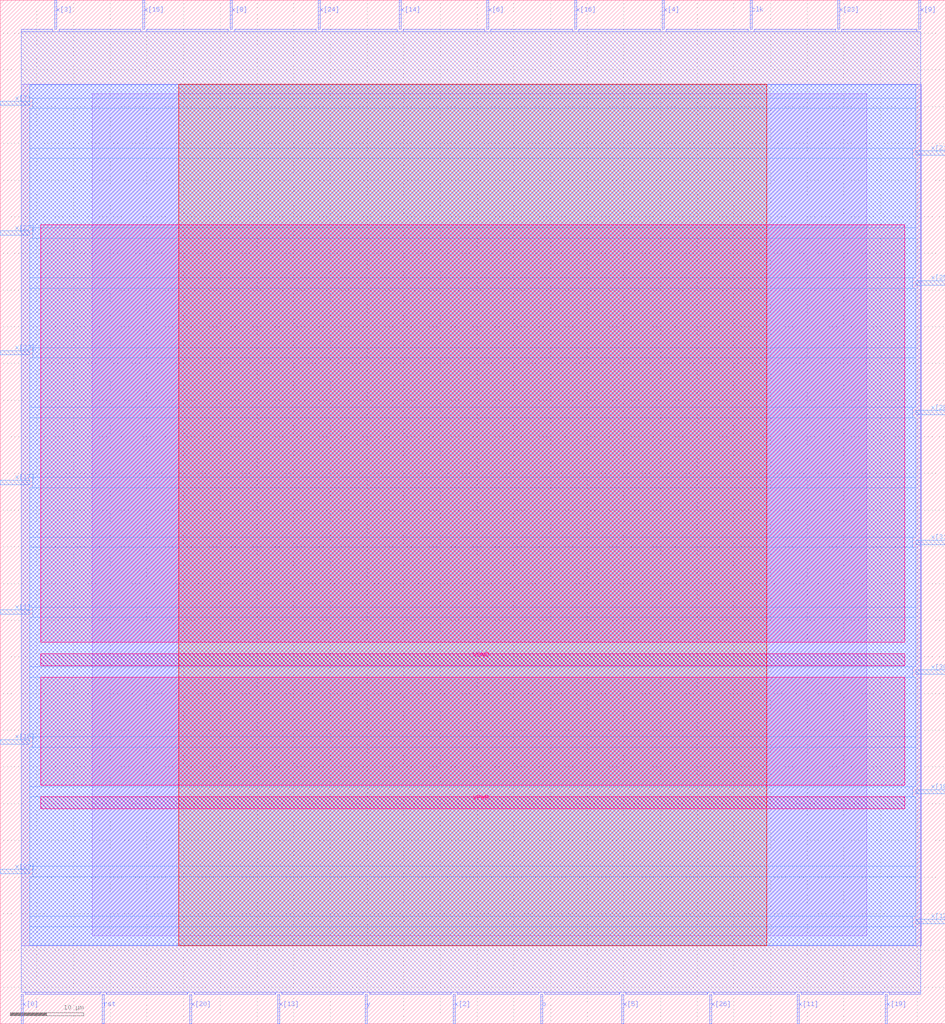
<source format=lef>
VERSION 5.7 ;
  NOWIREEXTENSIONATPIN ON ;
  DIVIDERCHAR "/" ;
  BUSBITCHARS "[]" ;
MACRO spm
  CLASS BLOCK ;
  FOREIGN spm ;
  ORIGIN 0.000 0.000 ;
  SIZE 128.805 BY 139.525 ;
  PIN clk
    DIRECTION INPUT ;
    PORT
      LAYER met2 ;
        RECT 102.210 135.525 102.490 139.525 ;
    END
  END clk
  PIN p
    DIRECTION OUTPUT TRISTATE ;
    PORT
      LAYER met2 ;
        RECT 73.690 0.000 73.970 4.000 ;
    END
  END p
  PIN rst
    DIRECTION INPUT ;
    PORT
      LAYER met2 ;
        RECT 13.890 0.000 14.170 4.000 ;
    END
  END rst
  PIN x[0]
    DIRECTION INPUT ;
    PORT
      LAYER met2 ;
        RECT 2.850 0.000 3.130 4.000 ;
    END
  END x[0]
  PIN x[10]
    DIRECTION INPUT ;
    PORT
      LAYER met3 ;
        RECT 0.000 38.120 4.000 38.720 ;
    END
  END x[10]
  PIN x[11]
    DIRECTION INPUT ;
    PORT
      LAYER met2 ;
        RECT 108.650 0.000 108.930 4.000 ;
    END
  END x[11]
  PIN x[12]
    DIRECTION INPUT ;
    PORT
      LAYER met3 ;
        RECT 124.805 13.640 128.805 14.240 ;
    END
  END x[12]
  PIN x[13]
    DIRECTION INPUT ;
    PORT
      LAYER met2 ;
        RECT 37.810 0.000 38.090 4.000 ;
    END
  END x[13]
  PIN x[14]
    DIRECTION INPUT ;
    PORT
      LAYER met2 ;
        RECT 54.370 135.525 54.650 139.525 ;
    END
  END x[14]
  PIN x[15]
    DIRECTION INPUT ;
    PORT
      LAYER met2 ;
        RECT 19.410 135.525 19.690 139.525 ;
    END
  END x[15]
  PIN x[16]
    DIRECTION INPUT ;
    PORT
      LAYER met2 ;
        RECT 78.290 135.525 78.570 139.525 ;
    END
  END x[16]
  PIN x[17]
    DIRECTION INPUT ;
    PORT
      LAYER met3 ;
        RECT 0.000 73.480 4.000 74.080 ;
    END
  END x[17]
  PIN x[18]
    DIRECTION INPUT ;
    PORT
      LAYER met3 ;
        RECT 124.805 31.320 128.805 31.920 ;
    END
  END x[18]
  PIN x[19]
    DIRECTION INPUT ;
    PORT
      LAYER met2 ;
        RECT 120.610 0.000 120.890 4.000 ;
    END
  END x[19]
  PIN x[1]
    DIRECTION INPUT ;
    PORT
      LAYER met3 ;
        RECT 0.000 55.800 4.000 56.400 ;
    END
  END x[1]
  PIN x[20]
    DIRECTION INPUT ;
    PORT
      LAYER met2 ;
        RECT 25.850 0.000 26.130 4.000 ;
    END
  END x[20]
  PIN x[21]
    DIRECTION INPUT ;
    PORT
      LAYER met3 ;
        RECT 124.805 118.360 128.805 118.960 ;
    END
  END x[21]
  PIN x[22]
    DIRECTION INPUT ;
    PORT
      LAYER met3 ;
        RECT 0.000 91.160 4.000 91.760 ;
    END
  END x[22]
  PIN x[23]
    DIRECTION INPUT ;
    PORT
      LAYER met2 ;
        RECT 114.170 135.525 114.450 139.525 ;
    END
  END x[23]
  PIN x[24]
    DIRECTION INPUT ;
    PORT
      LAYER met2 ;
        RECT 43.330 135.525 43.610 139.525 ;
    END
  END x[24]
  PIN x[25]
    DIRECTION INPUT ;
    PORT
      LAYER met3 ;
        RECT 124.805 100.680 128.805 101.280 ;
    END
  END x[25]
  PIN x[26]
    DIRECTION INPUT ;
    PORT
      LAYER met2 ;
        RECT 96.690 0.000 96.970 4.000 ;
    END
  END x[26]
  PIN x[27]
    DIRECTION INPUT ;
    PORT
      LAYER met3 ;
        RECT 0.000 107.480 4.000 108.080 ;
    END
  END x[27]
  PIN x[28]
    DIRECTION INPUT ;
    PORT
      LAYER met3 ;
        RECT 124.805 83.000 128.805 83.600 ;
    END
  END x[28]
  PIN x[29]
    DIRECTION INPUT ;
    PORT
      LAYER met3 ;
        RECT 0.000 20.440 4.000 21.040 ;
    END
  END x[29]
  PIN x[2]
    DIRECTION INPUT ;
    PORT
      LAYER met2 ;
        RECT 61.730 0.000 62.010 4.000 ;
    END
  END x[2]
  PIN x[30]
    DIRECTION INPUT ;
    PORT
      LAYER met3 ;
        RECT 124.805 47.640 128.805 48.240 ;
    END
  END x[30]
  PIN x[31]
    DIRECTION INPUT ;
    PORT
      LAYER met3 ;
        RECT 124.805 65.320 128.805 65.920 ;
    END
  END x[31]
  PIN x[3]
    DIRECTION INPUT ;
    PORT
      LAYER met2 ;
        RECT 7.450 135.525 7.730 139.525 ;
    END
  END x[3]
  PIN x[4]
    DIRECTION INPUT ;
    PORT
      LAYER met2 ;
        RECT 90.250 135.525 90.530 139.525 ;
    END
  END x[4]
  PIN x[5]
    DIRECTION INPUT ;
    PORT
      LAYER met2 ;
        RECT 84.730 0.000 85.010 4.000 ;
    END
  END x[5]
  PIN x[6]
    DIRECTION INPUT ;
    PORT
      LAYER met2 ;
        RECT 66.330 135.525 66.610 139.525 ;
    END
  END x[6]
  PIN x[7]
    DIRECTION INPUT ;
    PORT
      LAYER met3 ;
        RECT 0.000 125.160 4.000 125.760 ;
    END
  END x[7]
  PIN x[8]
    DIRECTION INPUT ;
    PORT
      LAYER met2 ;
        RECT 31.370 135.525 31.650 139.525 ;
    END
  END x[8]
  PIN x[9]
    DIRECTION INPUT ;
    PORT
      LAYER met2 ;
        RECT 125.210 135.525 125.490 139.525 ;
    END
  END x[9]
  PIN y
    DIRECTION INPUT ;
    PORT
      LAYER met2 ;
        RECT 49.770 0.000 50.050 4.000 ;
    END
  END y
  PIN VPWR
    DIRECTION INPUT ;
    USE POWER ;
    PORT
      LAYER met5 ;
        RECT 5.520 29.335 123.280 30.935 ;
    END
  END VPWR
  PIN VGND
    DIRECTION INPUT ;
    USE GROUND ;
    PORT
      LAYER met5 ;
        RECT 5.520 48.825 123.280 50.425 ;
    END
  END VGND
  OBS
      LAYER li1 ;
        RECT 12.565 11.985 118.075 126.735 ;
      LAYER met1 ;
        RECT 2.830 10.640 125.510 128.080 ;
      LAYER met2 ;
        RECT 2.860 135.245 7.170 135.525 ;
        RECT 8.010 135.245 19.130 135.525 ;
        RECT 19.970 135.245 31.090 135.525 ;
        RECT 31.930 135.245 43.050 135.525 ;
        RECT 43.890 135.245 54.090 135.525 ;
        RECT 54.930 135.245 66.050 135.525 ;
        RECT 66.890 135.245 78.010 135.525 ;
        RECT 78.850 135.245 89.970 135.525 ;
        RECT 90.810 135.245 101.930 135.525 ;
        RECT 102.770 135.245 113.890 135.525 ;
        RECT 114.730 135.245 124.930 135.525 ;
        RECT 2.860 4.280 125.480 135.245 ;
        RECT 3.410 4.000 13.610 4.280 ;
        RECT 14.450 4.000 25.570 4.280 ;
        RECT 26.410 4.000 37.530 4.280 ;
        RECT 38.370 4.000 49.490 4.280 ;
        RECT 50.330 4.000 61.450 4.280 ;
        RECT 62.290 4.000 73.410 4.280 ;
        RECT 74.250 4.000 84.450 4.280 ;
        RECT 85.290 4.000 96.410 4.280 ;
        RECT 97.250 4.000 108.370 4.280 ;
        RECT 109.210 4.000 120.330 4.280 ;
        RECT 121.170 4.000 125.480 4.280 ;
      LAYER met3 ;
        RECT 4.000 126.160 124.805 128.005 ;
        RECT 4.400 124.760 124.805 126.160 ;
        RECT 4.000 119.360 124.805 124.760 ;
        RECT 4.000 117.960 124.405 119.360 ;
        RECT 4.000 108.480 124.805 117.960 ;
        RECT 4.400 107.080 124.805 108.480 ;
        RECT 4.000 101.680 124.805 107.080 ;
        RECT 4.000 100.280 124.405 101.680 ;
        RECT 4.000 92.160 124.805 100.280 ;
        RECT 4.400 90.760 124.805 92.160 ;
        RECT 4.000 84.000 124.805 90.760 ;
        RECT 4.000 82.600 124.405 84.000 ;
        RECT 4.000 74.480 124.805 82.600 ;
        RECT 4.400 73.080 124.805 74.480 ;
        RECT 4.000 66.320 124.805 73.080 ;
        RECT 4.000 64.920 124.405 66.320 ;
        RECT 4.000 56.800 124.805 64.920 ;
        RECT 4.400 55.400 124.805 56.800 ;
        RECT 4.000 48.640 124.805 55.400 ;
        RECT 4.000 47.240 124.405 48.640 ;
        RECT 4.000 39.120 124.805 47.240 ;
        RECT 4.400 37.720 124.805 39.120 ;
        RECT 4.000 32.320 124.805 37.720 ;
        RECT 4.000 30.920 124.405 32.320 ;
        RECT 4.000 21.440 124.805 30.920 ;
        RECT 4.400 20.040 124.805 21.440 ;
        RECT 4.000 14.640 124.805 20.040 ;
        RECT 4.000 13.240 124.405 14.640 ;
        RECT 4.000 10.715 124.805 13.240 ;
      LAYER met4 ;
        RECT 24.345 10.640 104.450 128.080 ;
      LAYER met5 ;
        RECT 5.520 52.025 123.280 108.905 ;
        RECT 5.520 32.535 123.280 47.225 ;
  END
END spm
END LIBRARY


</source>
